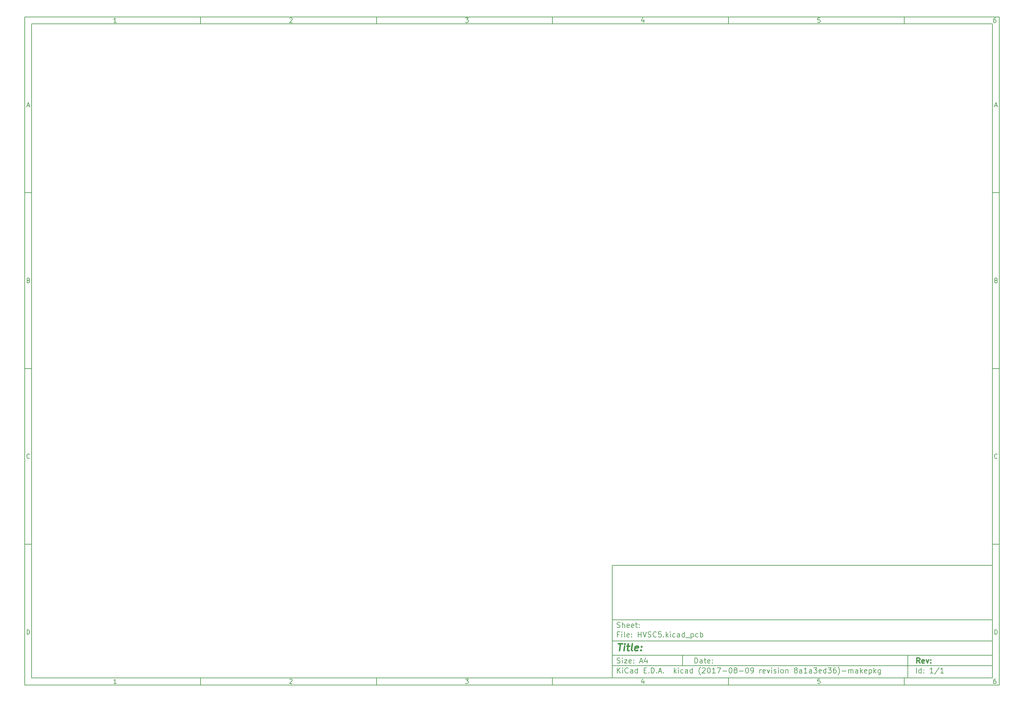
<source format=gbr>
G04 #@! TF.GenerationSoftware,KiCad,Pcbnew,(2017-08-09 revision 8a1a3ed36)-makepkg*
G04 #@! TF.CreationDate,2018-07-12T11:09:50+02:00*
G04 #@! TF.ProjectId,HVSC5,48565343352E6B696361645F70636200,rev?*
G04 #@! TF.SameCoordinates,Original*
G04 #@! TF.FileFunction,Paste,Bot*
G04 #@! TF.FilePolarity,Positive*
%FSLAX46Y46*%
G04 Gerber Fmt 4.6, Leading zero omitted, Abs format (unit mm)*
G04 Created by KiCad (PCBNEW (2017-08-09 revision 8a1a3ed36)-makepkg) date 07/12/18 11:09:50*
%MOMM*%
%LPD*%
G01*
G04 APERTURE LIST*
%ADD10C,0.100000*%
%ADD11C,0.150000*%
%ADD12C,0.300000*%
%ADD13C,0.400000*%
G04 APERTURE END LIST*
D10*
D11*
X177002200Y-166007200D02*
X177002200Y-198007200D01*
X285002200Y-198007200D01*
X285002200Y-166007200D01*
X177002200Y-166007200D01*
D10*
D11*
X10000000Y-10000000D02*
X10000000Y-200007200D01*
X287002200Y-200007200D01*
X287002200Y-10000000D01*
X10000000Y-10000000D01*
D10*
D11*
X12000000Y-12000000D02*
X12000000Y-198007200D01*
X285002200Y-198007200D01*
X285002200Y-12000000D01*
X12000000Y-12000000D01*
D10*
D11*
X60000000Y-12000000D02*
X60000000Y-10000000D01*
D10*
D11*
X110000000Y-12000000D02*
X110000000Y-10000000D01*
D10*
D11*
X160000000Y-12000000D02*
X160000000Y-10000000D01*
D10*
D11*
X210000000Y-12000000D02*
X210000000Y-10000000D01*
D10*
D11*
X260000000Y-12000000D02*
X260000000Y-10000000D01*
D10*
D11*
X36065476Y-11588095D02*
X35322619Y-11588095D01*
X35694047Y-11588095D02*
X35694047Y-10288095D01*
X35570238Y-10473809D01*
X35446428Y-10597619D01*
X35322619Y-10659523D01*
D10*
D11*
X85322619Y-10411904D02*
X85384523Y-10350000D01*
X85508333Y-10288095D01*
X85817857Y-10288095D01*
X85941666Y-10350000D01*
X86003571Y-10411904D01*
X86065476Y-10535714D01*
X86065476Y-10659523D01*
X86003571Y-10845238D01*
X85260714Y-11588095D01*
X86065476Y-11588095D01*
D10*
D11*
X135260714Y-10288095D02*
X136065476Y-10288095D01*
X135632142Y-10783333D01*
X135817857Y-10783333D01*
X135941666Y-10845238D01*
X136003571Y-10907142D01*
X136065476Y-11030952D01*
X136065476Y-11340476D01*
X136003571Y-11464285D01*
X135941666Y-11526190D01*
X135817857Y-11588095D01*
X135446428Y-11588095D01*
X135322619Y-11526190D01*
X135260714Y-11464285D01*
D10*
D11*
X185941666Y-10721428D02*
X185941666Y-11588095D01*
X185632142Y-10226190D02*
X185322619Y-11154761D01*
X186127380Y-11154761D01*
D10*
D11*
X236003571Y-10288095D02*
X235384523Y-10288095D01*
X235322619Y-10907142D01*
X235384523Y-10845238D01*
X235508333Y-10783333D01*
X235817857Y-10783333D01*
X235941666Y-10845238D01*
X236003571Y-10907142D01*
X236065476Y-11030952D01*
X236065476Y-11340476D01*
X236003571Y-11464285D01*
X235941666Y-11526190D01*
X235817857Y-11588095D01*
X235508333Y-11588095D01*
X235384523Y-11526190D01*
X235322619Y-11464285D01*
D10*
D11*
X285941666Y-10288095D02*
X285694047Y-10288095D01*
X285570238Y-10350000D01*
X285508333Y-10411904D01*
X285384523Y-10597619D01*
X285322619Y-10845238D01*
X285322619Y-11340476D01*
X285384523Y-11464285D01*
X285446428Y-11526190D01*
X285570238Y-11588095D01*
X285817857Y-11588095D01*
X285941666Y-11526190D01*
X286003571Y-11464285D01*
X286065476Y-11340476D01*
X286065476Y-11030952D01*
X286003571Y-10907142D01*
X285941666Y-10845238D01*
X285817857Y-10783333D01*
X285570238Y-10783333D01*
X285446428Y-10845238D01*
X285384523Y-10907142D01*
X285322619Y-11030952D01*
D10*
D11*
X60000000Y-198007200D02*
X60000000Y-200007200D01*
D10*
D11*
X110000000Y-198007200D02*
X110000000Y-200007200D01*
D10*
D11*
X160000000Y-198007200D02*
X160000000Y-200007200D01*
D10*
D11*
X210000000Y-198007200D02*
X210000000Y-200007200D01*
D10*
D11*
X260000000Y-198007200D02*
X260000000Y-200007200D01*
D10*
D11*
X36065476Y-199595295D02*
X35322619Y-199595295D01*
X35694047Y-199595295D02*
X35694047Y-198295295D01*
X35570238Y-198481009D01*
X35446428Y-198604819D01*
X35322619Y-198666723D01*
D10*
D11*
X85322619Y-198419104D02*
X85384523Y-198357200D01*
X85508333Y-198295295D01*
X85817857Y-198295295D01*
X85941666Y-198357200D01*
X86003571Y-198419104D01*
X86065476Y-198542914D01*
X86065476Y-198666723D01*
X86003571Y-198852438D01*
X85260714Y-199595295D01*
X86065476Y-199595295D01*
D10*
D11*
X135260714Y-198295295D02*
X136065476Y-198295295D01*
X135632142Y-198790533D01*
X135817857Y-198790533D01*
X135941666Y-198852438D01*
X136003571Y-198914342D01*
X136065476Y-199038152D01*
X136065476Y-199347676D01*
X136003571Y-199471485D01*
X135941666Y-199533390D01*
X135817857Y-199595295D01*
X135446428Y-199595295D01*
X135322619Y-199533390D01*
X135260714Y-199471485D01*
D10*
D11*
X185941666Y-198728628D02*
X185941666Y-199595295D01*
X185632142Y-198233390D02*
X185322619Y-199161961D01*
X186127380Y-199161961D01*
D10*
D11*
X236003571Y-198295295D02*
X235384523Y-198295295D01*
X235322619Y-198914342D01*
X235384523Y-198852438D01*
X235508333Y-198790533D01*
X235817857Y-198790533D01*
X235941666Y-198852438D01*
X236003571Y-198914342D01*
X236065476Y-199038152D01*
X236065476Y-199347676D01*
X236003571Y-199471485D01*
X235941666Y-199533390D01*
X235817857Y-199595295D01*
X235508333Y-199595295D01*
X235384523Y-199533390D01*
X235322619Y-199471485D01*
D10*
D11*
X285941666Y-198295295D02*
X285694047Y-198295295D01*
X285570238Y-198357200D01*
X285508333Y-198419104D01*
X285384523Y-198604819D01*
X285322619Y-198852438D01*
X285322619Y-199347676D01*
X285384523Y-199471485D01*
X285446428Y-199533390D01*
X285570238Y-199595295D01*
X285817857Y-199595295D01*
X285941666Y-199533390D01*
X286003571Y-199471485D01*
X286065476Y-199347676D01*
X286065476Y-199038152D01*
X286003571Y-198914342D01*
X285941666Y-198852438D01*
X285817857Y-198790533D01*
X285570238Y-198790533D01*
X285446428Y-198852438D01*
X285384523Y-198914342D01*
X285322619Y-199038152D01*
D10*
D11*
X10000000Y-60000000D02*
X12000000Y-60000000D01*
D10*
D11*
X10000000Y-110000000D02*
X12000000Y-110000000D01*
D10*
D11*
X10000000Y-160000000D02*
X12000000Y-160000000D01*
D10*
D11*
X10690476Y-35216666D02*
X11309523Y-35216666D01*
X10566666Y-35588095D02*
X11000000Y-34288095D01*
X11433333Y-35588095D01*
D10*
D11*
X11092857Y-84907142D02*
X11278571Y-84969047D01*
X11340476Y-85030952D01*
X11402380Y-85154761D01*
X11402380Y-85340476D01*
X11340476Y-85464285D01*
X11278571Y-85526190D01*
X11154761Y-85588095D01*
X10659523Y-85588095D01*
X10659523Y-84288095D01*
X11092857Y-84288095D01*
X11216666Y-84350000D01*
X11278571Y-84411904D01*
X11340476Y-84535714D01*
X11340476Y-84659523D01*
X11278571Y-84783333D01*
X11216666Y-84845238D01*
X11092857Y-84907142D01*
X10659523Y-84907142D01*
D10*
D11*
X11402380Y-135464285D02*
X11340476Y-135526190D01*
X11154761Y-135588095D01*
X11030952Y-135588095D01*
X10845238Y-135526190D01*
X10721428Y-135402380D01*
X10659523Y-135278571D01*
X10597619Y-135030952D01*
X10597619Y-134845238D01*
X10659523Y-134597619D01*
X10721428Y-134473809D01*
X10845238Y-134350000D01*
X11030952Y-134288095D01*
X11154761Y-134288095D01*
X11340476Y-134350000D01*
X11402380Y-134411904D01*
D10*
D11*
X10659523Y-185588095D02*
X10659523Y-184288095D01*
X10969047Y-184288095D01*
X11154761Y-184350000D01*
X11278571Y-184473809D01*
X11340476Y-184597619D01*
X11402380Y-184845238D01*
X11402380Y-185030952D01*
X11340476Y-185278571D01*
X11278571Y-185402380D01*
X11154761Y-185526190D01*
X10969047Y-185588095D01*
X10659523Y-185588095D01*
D10*
D11*
X287002200Y-60000000D02*
X285002200Y-60000000D01*
D10*
D11*
X287002200Y-110000000D02*
X285002200Y-110000000D01*
D10*
D11*
X287002200Y-160000000D02*
X285002200Y-160000000D01*
D10*
D11*
X285692676Y-35216666D02*
X286311723Y-35216666D01*
X285568866Y-35588095D02*
X286002200Y-34288095D01*
X286435533Y-35588095D01*
D10*
D11*
X286095057Y-84907142D02*
X286280771Y-84969047D01*
X286342676Y-85030952D01*
X286404580Y-85154761D01*
X286404580Y-85340476D01*
X286342676Y-85464285D01*
X286280771Y-85526190D01*
X286156961Y-85588095D01*
X285661723Y-85588095D01*
X285661723Y-84288095D01*
X286095057Y-84288095D01*
X286218866Y-84350000D01*
X286280771Y-84411904D01*
X286342676Y-84535714D01*
X286342676Y-84659523D01*
X286280771Y-84783333D01*
X286218866Y-84845238D01*
X286095057Y-84907142D01*
X285661723Y-84907142D01*
D10*
D11*
X286404580Y-135464285D02*
X286342676Y-135526190D01*
X286156961Y-135588095D01*
X286033152Y-135588095D01*
X285847438Y-135526190D01*
X285723628Y-135402380D01*
X285661723Y-135278571D01*
X285599819Y-135030952D01*
X285599819Y-134845238D01*
X285661723Y-134597619D01*
X285723628Y-134473809D01*
X285847438Y-134350000D01*
X286033152Y-134288095D01*
X286156961Y-134288095D01*
X286342676Y-134350000D01*
X286404580Y-134411904D01*
D10*
D11*
X285661723Y-185588095D02*
X285661723Y-184288095D01*
X285971247Y-184288095D01*
X286156961Y-184350000D01*
X286280771Y-184473809D01*
X286342676Y-184597619D01*
X286404580Y-184845238D01*
X286404580Y-185030952D01*
X286342676Y-185278571D01*
X286280771Y-185402380D01*
X286156961Y-185526190D01*
X285971247Y-185588095D01*
X285661723Y-185588095D01*
D10*
D11*
X200434342Y-193785771D02*
X200434342Y-192285771D01*
X200791485Y-192285771D01*
X201005771Y-192357200D01*
X201148628Y-192500057D01*
X201220057Y-192642914D01*
X201291485Y-192928628D01*
X201291485Y-193142914D01*
X201220057Y-193428628D01*
X201148628Y-193571485D01*
X201005771Y-193714342D01*
X200791485Y-193785771D01*
X200434342Y-193785771D01*
X202577200Y-193785771D02*
X202577200Y-193000057D01*
X202505771Y-192857200D01*
X202362914Y-192785771D01*
X202077200Y-192785771D01*
X201934342Y-192857200D01*
X202577200Y-193714342D02*
X202434342Y-193785771D01*
X202077200Y-193785771D01*
X201934342Y-193714342D01*
X201862914Y-193571485D01*
X201862914Y-193428628D01*
X201934342Y-193285771D01*
X202077200Y-193214342D01*
X202434342Y-193214342D01*
X202577200Y-193142914D01*
X203077200Y-192785771D02*
X203648628Y-192785771D01*
X203291485Y-192285771D02*
X203291485Y-193571485D01*
X203362914Y-193714342D01*
X203505771Y-193785771D01*
X203648628Y-193785771D01*
X204720057Y-193714342D02*
X204577200Y-193785771D01*
X204291485Y-193785771D01*
X204148628Y-193714342D01*
X204077200Y-193571485D01*
X204077200Y-193000057D01*
X204148628Y-192857200D01*
X204291485Y-192785771D01*
X204577200Y-192785771D01*
X204720057Y-192857200D01*
X204791485Y-193000057D01*
X204791485Y-193142914D01*
X204077200Y-193285771D01*
X205434342Y-193642914D02*
X205505771Y-193714342D01*
X205434342Y-193785771D01*
X205362914Y-193714342D01*
X205434342Y-193642914D01*
X205434342Y-193785771D01*
X205434342Y-192857200D02*
X205505771Y-192928628D01*
X205434342Y-193000057D01*
X205362914Y-192928628D01*
X205434342Y-192857200D01*
X205434342Y-193000057D01*
D10*
D11*
X177002200Y-194507200D02*
X285002200Y-194507200D01*
D10*
D11*
X178434342Y-196585771D02*
X178434342Y-195085771D01*
X179291485Y-196585771D02*
X178648628Y-195728628D01*
X179291485Y-195085771D02*
X178434342Y-195942914D01*
X179934342Y-196585771D02*
X179934342Y-195585771D01*
X179934342Y-195085771D02*
X179862914Y-195157200D01*
X179934342Y-195228628D01*
X180005771Y-195157200D01*
X179934342Y-195085771D01*
X179934342Y-195228628D01*
X181505771Y-196442914D02*
X181434342Y-196514342D01*
X181220057Y-196585771D01*
X181077200Y-196585771D01*
X180862914Y-196514342D01*
X180720057Y-196371485D01*
X180648628Y-196228628D01*
X180577200Y-195942914D01*
X180577200Y-195728628D01*
X180648628Y-195442914D01*
X180720057Y-195300057D01*
X180862914Y-195157200D01*
X181077200Y-195085771D01*
X181220057Y-195085771D01*
X181434342Y-195157200D01*
X181505771Y-195228628D01*
X182791485Y-196585771D02*
X182791485Y-195800057D01*
X182720057Y-195657200D01*
X182577200Y-195585771D01*
X182291485Y-195585771D01*
X182148628Y-195657200D01*
X182791485Y-196514342D02*
X182648628Y-196585771D01*
X182291485Y-196585771D01*
X182148628Y-196514342D01*
X182077200Y-196371485D01*
X182077200Y-196228628D01*
X182148628Y-196085771D01*
X182291485Y-196014342D01*
X182648628Y-196014342D01*
X182791485Y-195942914D01*
X184148628Y-196585771D02*
X184148628Y-195085771D01*
X184148628Y-196514342D02*
X184005771Y-196585771D01*
X183720057Y-196585771D01*
X183577200Y-196514342D01*
X183505771Y-196442914D01*
X183434342Y-196300057D01*
X183434342Y-195871485D01*
X183505771Y-195728628D01*
X183577200Y-195657200D01*
X183720057Y-195585771D01*
X184005771Y-195585771D01*
X184148628Y-195657200D01*
X186005771Y-195800057D02*
X186505771Y-195800057D01*
X186720057Y-196585771D02*
X186005771Y-196585771D01*
X186005771Y-195085771D01*
X186720057Y-195085771D01*
X187362914Y-196442914D02*
X187434342Y-196514342D01*
X187362914Y-196585771D01*
X187291485Y-196514342D01*
X187362914Y-196442914D01*
X187362914Y-196585771D01*
X188077200Y-196585771D02*
X188077200Y-195085771D01*
X188434342Y-195085771D01*
X188648628Y-195157200D01*
X188791485Y-195300057D01*
X188862914Y-195442914D01*
X188934342Y-195728628D01*
X188934342Y-195942914D01*
X188862914Y-196228628D01*
X188791485Y-196371485D01*
X188648628Y-196514342D01*
X188434342Y-196585771D01*
X188077200Y-196585771D01*
X189577200Y-196442914D02*
X189648628Y-196514342D01*
X189577200Y-196585771D01*
X189505771Y-196514342D01*
X189577200Y-196442914D01*
X189577200Y-196585771D01*
X190220057Y-196157200D02*
X190934342Y-196157200D01*
X190077200Y-196585771D02*
X190577200Y-195085771D01*
X191077200Y-196585771D01*
X191577200Y-196442914D02*
X191648628Y-196514342D01*
X191577200Y-196585771D01*
X191505771Y-196514342D01*
X191577200Y-196442914D01*
X191577200Y-196585771D01*
X194577200Y-196585771D02*
X194577200Y-195085771D01*
X194720057Y-196014342D02*
X195148628Y-196585771D01*
X195148628Y-195585771D02*
X194577200Y-196157200D01*
X195791485Y-196585771D02*
X195791485Y-195585771D01*
X195791485Y-195085771D02*
X195720057Y-195157200D01*
X195791485Y-195228628D01*
X195862914Y-195157200D01*
X195791485Y-195085771D01*
X195791485Y-195228628D01*
X197148628Y-196514342D02*
X197005771Y-196585771D01*
X196720057Y-196585771D01*
X196577200Y-196514342D01*
X196505771Y-196442914D01*
X196434342Y-196300057D01*
X196434342Y-195871485D01*
X196505771Y-195728628D01*
X196577200Y-195657200D01*
X196720057Y-195585771D01*
X197005771Y-195585771D01*
X197148628Y-195657200D01*
X198434342Y-196585771D02*
X198434342Y-195800057D01*
X198362914Y-195657200D01*
X198220057Y-195585771D01*
X197934342Y-195585771D01*
X197791485Y-195657200D01*
X198434342Y-196514342D02*
X198291485Y-196585771D01*
X197934342Y-196585771D01*
X197791485Y-196514342D01*
X197720057Y-196371485D01*
X197720057Y-196228628D01*
X197791485Y-196085771D01*
X197934342Y-196014342D01*
X198291485Y-196014342D01*
X198434342Y-195942914D01*
X199791485Y-196585771D02*
X199791485Y-195085771D01*
X199791485Y-196514342D02*
X199648628Y-196585771D01*
X199362914Y-196585771D01*
X199220057Y-196514342D01*
X199148628Y-196442914D01*
X199077200Y-196300057D01*
X199077200Y-195871485D01*
X199148628Y-195728628D01*
X199220057Y-195657200D01*
X199362914Y-195585771D01*
X199648628Y-195585771D01*
X199791485Y-195657200D01*
X202077200Y-197157200D02*
X202005771Y-197085771D01*
X201862914Y-196871485D01*
X201791485Y-196728628D01*
X201720057Y-196514342D01*
X201648628Y-196157200D01*
X201648628Y-195871485D01*
X201720057Y-195514342D01*
X201791485Y-195300057D01*
X201862914Y-195157200D01*
X202005771Y-194942914D01*
X202077200Y-194871485D01*
X202577200Y-195228628D02*
X202648628Y-195157200D01*
X202791485Y-195085771D01*
X203148628Y-195085771D01*
X203291485Y-195157200D01*
X203362914Y-195228628D01*
X203434342Y-195371485D01*
X203434342Y-195514342D01*
X203362914Y-195728628D01*
X202505771Y-196585771D01*
X203434342Y-196585771D01*
X204362914Y-195085771D02*
X204505771Y-195085771D01*
X204648628Y-195157200D01*
X204720057Y-195228628D01*
X204791485Y-195371485D01*
X204862914Y-195657200D01*
X204862914Y-196014342D01*
X204791485Y-196300057D01*
X204720057Y-196442914D01*
X204648628Y-196514342D01*
X204505771Y-196585771D01*
X204362914Y-196585771D01*
X204220057Y-196514342D01*
X204148628Y-196442914D01*
X204077200Y-196300057D01*
X204005771Y-196014342D01*
X204005771Y-195657200D01*
X204077200Y-195371485D01*
X204148628Y-195228628D01*
X204220057Y-195157200D01*
X204362914Y-195085771D01*
X206291485Y-196585771D02*
X205434342Y-196585771D01*
X205862914Y-196585771D02*
X205862914Y-195085771D01*
X205720057Y-195300057D01*
X205577200Y-195442914D01*
X205434342Y-195514342D01*
X206791485Y-195085771D02*
X207791485Y-195085771D01*
X207148628Y-196585771D01*
X208362914Y-196014342D02*
X209505771Y-196014342D01*
X210505771Y-195085771D02*
X210648628Y-195085771D01*
X210791485Y-195157200D01*
X210862914Y-195228628D01*
X210934342Y-195371485D01*
X211005771Y-195657200D01*
X211005771Y-196014342D01*
X210934342Y-196300057D01*
X210862914Y-196442914D01*
X210791485Y-196514342D01*
X210648628Y-196585771D01*
X210505771Y-196585771D01*
X210362914Y-196514342D01*
X210291485Y-196442914D01*
X210220057Y-196300057D01*
X210148628Y-196014342D01*
X210148628Y-195657200D01*
X210220057Y-195371485D01*
X210291485Y-195228628D01*
X210362914Y-195157200D01*
X210505771Y-195085771D01*
X211862914Y-195728628D02*
X211720057Y-195657200D01*
X211648628Y-195585771D01*
X211577200Y-195442914D01*
X211577200Y-195371485D01*
X211648628Y-195228628D01*
X211720057Y-195157200D01*
X211862914Y-195085771D01*
X212148628Y-195085771D01*
X212291485Y-195157200D01*
X212362914Y-195228628D01*
X212434342Y-195371485D01*
X212434342Y-195442914D01*
X212362914Y-195585771D01*
X212291485Y-195657200D01*
X212148628Y-195728628D01*
X211862914Y-195728628D01*
X211720057Y-195800057D01*
X211648628Y-195871485D01*
X211577200Y-196014342D01*
X211577200Y-196300057D01*
X211648628Y-196442914D01*
X211720057Y-196514342D01*
X211862914Y-196585771D01*
X212148628Y-196585771D01*
X212291485Y-196514342D01*
X212362914Y-196442914D01*
X212434342Y-196300057D01*
X212434342Y-196014342D01*
X212362914Y-195871485D01*
X212291485Y-195800057D01*
X212148628Y-195728628D01*
X213077200Y-196014342D02*
X214220057Y-196014342D01*
X215220057Y-195085771D02*
X215362914Y-195085771D01*
X215505771Y-195157200D01*
X215577200Y-195228628D01*
X215648628Y-195371485D01*
X215720057Y-195657200D01*
X215720057Y-196014342D01*
X215648628Y-196300057D01*
X215577200Y-196442914D01*
X215505771Y-196514342D01*
X215362914Y-196585771D01*
X215220057Y-196585771D01*
X215077200Y-196514342D01*
X215005771Y-196442914D01*
X214934342Y-196300057D01*
X214862914Y-196014342D01*
X214862914Y-195657200D01*
X214934342Y-195371485D01*
X215005771Y-195228628D01*
X215077200Y-195157200D01*
X215220057Y-195085771D01*
X216434342Y-196585771D02*
X216720057Y-196585771D01*
X216862914Y-196514342D01*
X216934342Y-196442914D01*
X217077200Y-196228628D01*
X217148628Y-195942914D01*
X217148628Y-195371485D01*
X217077200Y-195228628D01*
X217005771Y-195157200D01*
X216862914Y-195085771D01*
X216577200Y-195085771D01*
X216434342Y-195157200D01*
X216362914Y-195228628D01*
X216291485Y-195371485D01*
X216291485Y-195728628D01*
X216362914Y-195871485D01*
X216434342Y-195942914D01*
X216577200Y-196014342D01*
X216862914Y-196014342D01*
X217005771Y-195942914D01*
X217077200Y-195871485D01*
X217148628Y-195728628D01*
X218934342Y-196585771D02*
X218934342Y-195585771D01*
X218934342Y-195871485D02*
X219005771Y-195728628D01*
X219077200Y-195657200D01*
X219220057Y-195585771D01*
X219362914Y-195585771D01*
X220434342Y-196514342D02*
X220291485Y-196585771D01*
X220005771Y-196585771D01*
X219862914Y-196514342D01*
X219791485Y-196371485D01*
X219791485Y-195800057D01*
X219862914Y-195657200D01*
X220005771Y-195585771D01*
X220291485Y-195585771D01*
X220434342Y-195657200D01*
X220505771Y-195800057D01*
X220505771Y-195942914D01*
X219791485Y-196085771D01*
X221005771Y-195585771D02*
X221362914Y-196585771D01*
X221720057Y-195585771D01*
X222291485Y-196585771D02*
X222291485Y-195585771D01*
X222291485Y-195085771D02*
X222220057Y-195157200D01*
X222291485Y-195228628D01*
X222362914Y-195157200D01*
X222291485Y-195085771D01*
X222291485Y-195228628D01*
X222934342Y-196514342D02*
X223077200Y-196585771D01*
X223362914Y-196585771D01*
X223505771Y-196514342D01*
X223577200Y-196371485D01*
X223577200Y-196300057D01*
X223505771Y-196157200D01*
X223362914Y-196085771D01*
X223148628Y-196085771D01*
X223005771Y-196014342D01*
X222934342Y-195871485D01*
X222934342Y-195800057D01*
X223005771Y-195657200D01*
X223148628Y-195585771D01*
X223362914Y-195585771D01*
X223505771Y-195657200D01*
X224220057Y-196585771D02*
X224220057Y-195585771D01*
X224220057Y-195085771D02*
X224148628Y-195157200D01*
X224220057Y-195228628D01*
X224291485Y-195157200D01*
X224220057Y-195085771D01*
X224220057Y-195228628D01*
X225148628Y-196585771D02*
X225005771Y-196514342D01*
X224934342Y-196442914D01*
X224862914Y-196300057D01*
X224862914Y-195871485D01*
X224934342Y-195728628D01*
X225005771Y-195657200D01*
X225148628Y-195585771D01*
X225362914Y-195585771D01*
X225505771Y-195657200D01*
X225577200Y-195728628D01*
X225648628Y-195871485D01*
X225648628Y-196300057D01*
X225577200Y-196442914D01*
X225505771Y-196514342D01*
X225362914Y-196585771D01*
X225148628Y-196585771D01*
X226291485Y-195585771D02*
X226291485Y-196585771D01*
X226291485Y-195728628D02*
X226362914Y-195657200D01*
X226505771Y-195585771D01*
X226720057Y-195585771D01*
X226862914Y-195657200D01*
X226934342Y-195800057D01*
X226934342Y-196585771D01*
X229005771Y-195728628D02*
X228862914Y-195657200D01*
X228791485Y-195585771D01*
X228720057Y-195442914D01*
X228720057Y-195371485D01*
X228791485Y-195228628D01*
X228862914Y-195157200D01*
X229005771Y-195085771D01*
X229291485Y-195085771D01*
X229434342Y-195157200D01*
X229505771Y-195228628D01*
X229577200Y-195371485D01*
X229577200Y-195442914D01*
X229505771Y-195585771D01*
X229434342Y-195657200D01*
X229291485Y-195728628D01*
X229005771Y-195728628D01*
X228862914Y-195800057D01*
X228791485Y-195871485D01*
X228720057Y-196014342D01*
X228720057Y-196300057D01*
X228791485Y-196442914D01*
X228862914Y-196514342D01*
X229005771Y-196585771D01*
X229291485Y-196585771D01*
X229434342Y-196514342D01*
X229505771Y-196442914D01*
X229577200Y-196300057D01*
X229577200Y-196014342D01*
X229505771Y-195871485D01*
X229434342Y-195800057D01*
X229291485Y-195728628D01*
X230862914Y-196585771D02*
X230862914Y-195800057D01*
X230791485Y-195657200D01*
X230648628Y-195585771D01*
X230362914Y-195585771D01*
X230220057Y-195657200D01*
X230862914Y-196514342D02*
X230720057Y-196585771D01*
X230362914Y-196585771D01*
X230220057Y-196514342D01*
X230148628Y-196371485D01*
X230148628Y-196228628D01*
X230220057Y-196085771D01*
X230362914Y-196014342D01*
X230720057Y-196014342D01*
X230862914Y-195942914D01*
X232362914Y-196585771D02*
X231505771Y-196585771D01*
X231934342Y-196585771D02*
X231934342Y-195085771D01*
X231791485Y-195300057D01*
X231648628Y-195442914D01*
X231505771Y-195514342D01*
X233648628Y-196585771D02*
X233648628Y-195800057D01*
X233577200Y-195657200D01*
X233434342Y-195585771D01*
X233148628Y-195585771D01*
X233005771Y-195657200D01*
X233648628Y-196514342D02*
X233505771Y-196585771D01*
X233148628Y-196585771D01*
X233005771Y-196514342D01*
X232934342Y-196371485D01*
X232934342Y-196228628D01*
X233005771Y-196085771D01*
X233148628Y-196014342D01*
X233505771Y-196014342D01*
X233648628Y-195942914D01*
X234220057Y-195085771D02*
X235148628Y-195085771D01*
X234648628Y-195657200D01*
X234862914Y-195657200D01*
X235005771Y-195728628D01*
X235077200Y-195800057D01*
X235148628Y-195942914D01*
X235148628Y-196300057D01*
X235077200Y-196442914D01*
X235005771Y-196514342D01*
X234862914Y-196585771D01*
X234434342Y-196585771D01*
X234291485Y-196514342D01*
X234220057Y-196442914D01*
X236362914Y-196514342D02*
X236220057Y-196585771D01*
X235934342Y-196585771D01*
X235791485Y-196514342D01*
X235720057Y-196371485D01*
X235720057Y-195800057D01*
X235791485Y-195657200D01*
X235934342Y-195585771D01*
X236220057Y-195585771D01*
X236362914Y-195657200D01*
X236434342Y-195800057D01*
X236434342Y-195942914D01*
X235720057Y-196085771D01*
X237720057Y-196585771D02*
X237720057Y-195085771D01*
X237720057Y-196514342D02*
X237577200Y-196585771D01*
X237291485Y-196585771D01*
X237148628Y-196514342D01*
X237077200Y-196442914D01*
X237005771Y-196300057D01*
X237005771Y-195871485D01*
X237077200Y-195728628D01*
X237148628Y-195657200D01*
X237291485Y-195585771D01*
X237577200Y-195585771D01*
X237720057Y-195657200D01*
X238291485Y-195085771D02*
X239220057Y-195085771D01*
X238720057Y-195657200D01*
X238934342Y-195657200D01*
X239077200Y-195728628D01*
X239148628Y-195800057D01*
X239220057Y-195942914D01*
X239220057Y-196300057D01*
X239148628Y-196442914D01*
X239077200Y-196514342D01*
X238934342Y-196585771D01*
X238505771Y-196585771D01*
X238362914Y-196514342D01*
X238291485Y-196442914D01*
X240505771Y-195085771D02*
X240220057Y-195085771D01*
X240077200Y-195157200D01*
X240005771Y-195228628D01*
X239862914Y-195442914D01*
X239791485Y-195728628D01*
X239791485Y-196300057D01*
X239862914Y-196442914D01*
X239934342Y-196514342D01*
X240077200Y-196585771D01*
X240362914Y-196585771D01*
X240505771Y-196514342D01*
X240577200Y-196442914D01*
X240648628Y-196300057D01*
X240648628Y-195942914D01*
X240577200Y-195800057D01*
X240505771Y-195728628D01*
X240362914Y-195657200D01*
X240077200Y-195657200D01*
X239934342Y-195728628D01*
X239862914Y-195800057D01*
X239791485Y-195942914D01*
X241148628Y-197157200D02*
X241220057Y-197085771D01*
X241362914Y-196871485D01*
X241434342Y-196728628D01*
X241505771Y-196514342D01*
X241577199Y-196157200D01*
X241577199Y-195871485D01*
X241505771Y-195514342D01*
X241434342Y-195300057D01*
X241362914Y-195157200D01*
X241220057Y-194942914D01*
X241148628Y-194871485D01*
X242291485Y-196014342D02*
X243434342Y-196014342D01*
X244148628Y-196585771D02*
X244148628Y-195585771D01*
X244148628Y-195728628D02*
X244220057Y-195657200D01*
X244362914Y-195585771D01*
X244577199Y-195585771D01*
X244720057Y-195657200D01*
X244791485Y-195800057D01*
X244791485Y-196585771D01*
X244791485Y-195800057D02*
X244862914Y-195657200D01*
X245005771Y-195585771D01*
X245220057Y-195585771D01*
X245362914Y-195657200D01*
X245434342Y-195800057D01*
X245434342Y-196585771D01*
X246791485Y-196585771D02*
X246791485Y-195800057D01*
X246720057Y-195657200D01*
X246577200Y-195585771D01*
X246291485Y-195585771D01*
X246148628Y-195657200D01*
X246791485Y-196514342D02*
X246648628Y-196585771D01*
X246291485Y-196585771D01*
X246148628Y-196514342D01*
X246077200Y-196371485D01*
X246077200Y-196228628D01*
X246148628Y-196085771D01*
X246291485Y-196014342D01*
X246648628Y-196014342D01*
X246791485Y-195942914D01*
X247505771Y-196585771D02*
X247505771Y-195085771D01*
X247648628Y-196014342D02*
X248077200Y-196585771D01*
X248077200Y-195585771D02*
X247505771Y-196157200D01*
X249291485Y-196514342D02*
X249148628Y-196585771D01*
X248862914Y-196585771D01*
X248720057Y-196514342D01*
X248648628Y-196371485D01*
X248648628Y-195800057D01*
X248720057Y-195657200D01*
X248862914Y-195585771D01*
X249148628Y-195585771D01*
X249291485Y-195657200D01*
X249362914Y-195800057D01*
X249362914Y-195942914D01*
X248648628Y-196085771D01*
X250005771Y-195585771D02*
X250005771Y-197085771D01*
X250005771Y-195657200D02*
X250148628Y-195585771D01*
X250434342Y-195585771D01*
X250577200Y-195657200D01*
X250648628Y-195728628D01*
X250720057Y-195871485D01*
X250720057Y-196300057D01*
X250648628Y-196442914D01*
X250577200Y-196514342D01*
X250434342Y-196585771D01*
X250148628Y-196585771D01*
X250005771Y-196514342D01*
X251362914Y-196585771D02*
X251362914Y-195085771D01*
X251505771Y-196014342D02*
X251934342Y-196585771D01*
X251934342Y-195585771D02*
X251362914Y-196157200D01*
X253220057Y-195585771D02*
X253220057Y-196800057D01*
X253148628Y-196942914D01*
X253077199Y-197014342D01*
X252934342Y-197085771D01*
X252720057Y-197085771D01*
X252577199Y-197014342D01*
X253220057Y-196514342D02*
X253077199Y-196585771D01*
X252791485Y-196585771D01*
X252648628Y-196514342D01*
X252577199Y-196442914D01*
X252505771Y-196300057D01*
X252505771Y-195871485D01*
X252577199Y-195728628D01*
X252648628Y-195657200D01*
X252791485Y-195585771D01*
X253077199Y-195585771D01*
X253220057Y-195657200D01*
D10*
D11*
X177002200Y-191507200D02*
X285002200Y-191507200D01*
D10*
D12*
X264411485Y-193785771D02*
X263911485Y-193071485D01*
X263554342Y-193785771D02*
X263554342Y-192285771D01*
X264125771Y-192285771D01*
X264268628Y-192357200D01*
X264340057Y-192428628D01*
X264411485Y-192571485D01*
X264411485Y-192785771D01*
X264340057Y-192928628D01*
X264268628Y-193000057D01*
X264125771Y-193071485D01*
X263554342Y-193071485D01*
X265625771Y-193714342D02*
X265482914Y-193785771D01*
X265197200Y-193785771D01*
X265054342Y-193714342D01*
X264982914Y-193571485D01*
X264982914Y-193000057D01*
X265054342Y-192857200D01*
X265197200Y-192785771D01*
X265482914Y-192785771D01*
X265625771Y-192857200D01*
X265697200Y-193000057D01*
X265697200Y-193142914D01*
X264982914Y-193285771D01*
X266197200Y-192785771D02*
X266554342Y-193785771D01*
X266911485Y-192785771D01*
X267482914Y-193642914D02*
X267554342Y-193714342D01*
X267482914Y-193785771D01*
X267411485Y-193714342D01*
X267482914Y-193642914D01*
X267482914Y-193785771D01*
X267482914Y-192857200D02*
X267554342Y-192928628D01*
X267482914Y-193000057D01*
X267411485Y-192928628D01*
X267482914Y-192857200D01*
X267482914Y-193000057D01*
D10*
D11*
X178362914Y-193714342D02*
X178577200Y-193785771D01*
X178934342Y-193785771D01*
X179077200Y-193714342D01*
X179148628Y-193642914D01*
X179220057Y-193500057D01*
X179220057Y-193357200D01*
X179148628Y-193214342D01*
X179077200Y-193142914D01*
X178934342Y-193071485D01*
X178648628Y-193000057D01*
X178505771Y-192928628D01*
X178434342Y-192857200D01*
X178362914Y-192714342D01*
X178362914Y-192571485D01*
X178434342Y-192428628D01*
X178505771Y-192357200D01*
X178648628Y-192285771D01*
X179005771Y-192285771D01*
X179220057Y-192357200D01*
X179862914Y-193785771D02*
X179862914Y-192785771D01*
X179862914Y-192285771D02*
X179791485Y-192357200D01*
X179862914Y-192428628D01*
X179934342Y-192357200D01*
X179862914Y-192285771D01*
X179862914Y-192428628D01*
X180434342Y-192785771D02*
X181220057Y-192785771D01*
X180434342Y-193785771D01*
X181220057Y-193785771D01*
X182362914Y-193714342D02*
X182220057Y-193785771D01*
X181934342Y-193785771D01*
X181791485Y-193714342D01*
X181720057Y-193571485D01*
X181720057Y-193000057D01*
X181791485Y-192857200D01*
X181934342Y-192785771D01*
X182220057Y-192785771D01*
X182362914Y-192857200D01*
X182434342Y-193000057D01*
X182434342Y-193142914D01*
X181720057Y-193285771D01*
X183077200Y-193642914D02*
X183148628Y-193714342D01*
X183077200Y-193785771D01*
X183005771Y-193714342D01*
X183077200Y-193642914D01*
X183077200Y-193785771D01*
X183077200Y-192857200D02*
X183148628Y-192928628D01*
X183077200Y-193000057D01*
X183005771Y-192928628D01*
X183077200Y-192857200D01*
X183077200Y-193000057D01*
X184862914Y-193357200D02*
X185577200Y-193357200D01*
X184720057Y-193785771D02*
X185220057Y-192285771D01*
X185720057Y-193785771D01*
X186862914Y-192785771D02*
X186862914Y-193785771D01*
X186505771Y-192214342D02*
X186148628Y-193285771D01*
X187077200Y-193285771D01*
D10*
D11*
X263434342Y-196585771D02*
X263434342Y-195085771D01*
X264791485Y-196585771D02*
X264791485Y-195085771D01*
X264791485Y-196514342D02*
X264648628Y-196585771D01*
X264362914Y-196585771D01*
X264220057Y-196514342D01*
X264148628Y-196442914D01*
X264077200Y-196300057D01*
X264077200Y-195871485D01*
X264148628Y-195728628D01*
X264220057Y-195657200D01*
X264362914Y-195585771D01*
X264648628Y-195585771D01*
X264791485Y-195657200D01*
X265505771Y-196442914D02*
X265577200Y-196514342D01*
X265505771Y-196585771D01*
X265434342Y-196514342D01*
X265505771Y-196442914D01*
X265505771Y-196585771D01*
X265505771Y-195657200D02*
X265577200Y-195728628D01*
X265505771Y-195800057D01*
X265434342Y-195728628D01*
X265505771Y-195657200D01*
X265505771Y-195800057D01*
X268148628Y-196585771D02*
X267291485Y-196585771D01*
X267720057Y-196585771D02*
X267720057Y-195085771D01*
X267577200Y-195300057D01*
X267434342Y-195442914D01*
X267291485Y-195514342D01*
X269862914Y-195014342D02*
X268577200Y-196942914D01*
X271148628Y-196585771D02*
X270291485Y-196585771D01*
X270720057Y-196585771D02*
X270720057Y-195085771D01*
X270577200Y-195300057D01*
X270434342Y-195442914D01*
X270291485Y-195514342D01*
D10*
D11*
X177002200Y-187507200D02*
X285002200Y-187507200D01*
D10*
D13*
X178714580Y-188211961D02*
X179857438Y-188211961D01*
X179036009Y-190211961D02*
X179286009Y-188211961D01*
X180274104Y-190211961D02*
X180440771Y-188878628D01*
X180524104Y-188211961D02*
X180416961Y-188307200D01*
X180500295Y-188402438D01*
X180607438Y-188307200D01*
X180524104Y-188211961D01*
X180500295Y-188402438D01*
X181107438Y-188878628D02*
X181869342Y-188878628D01*
X181476485Y-188211961D02*
X181262200Y-189926247D01*
X181333628Y-190116723D01*
X181512200Y-190211961D01*
X181702676Y-190211961D01*
X182655057Y-190211961D02*
X182476485Y-190116723D01*
X182405057Y-189926247D01*
X182619342Y-188211961D01*
X184190771Y-190116723D02*
X183988390Y-190211961D01*
X183607438Y-190211961D01*
X183428866Y-190116723D01*
X183357438Y-189926247D01*
X183452676Y-189164342D01*
X183571723Y-188973866D01*
X183774104Y-188878628D01*
X184155057Y-188878628D01*
X184333628Y-188973866D01*
X184405057Y-189164342D01*
X184381247Y-189354819D01*
X183405057Y-189545295D01*
X185155057Y-190021485D02*
X185238390Y-190116723D01*
X185131247Y-190211961D01*
X185047914Y-190116723D01*
X185155057Y-190021485D01*
X185131247Y-190211961D01*
X185286009Y-188973866D02*
X185369342Y-189069104D01*
X185262200Y-189164342D01*
X185178866Y-189069104D01*
X185286009Y-188973866D01*
X185262200Y-189164342D01*
D10*
D11*
X178934342Y-185600057D02*
X178434342Y-185600057D01*
X178434342Y-186385771D02*
X178434342Y-184885771D01*
X179148628Y-184885771D01*
X179720057Y-186385771D02*
X179720057Y-185385771D01*
X179720057Y-184885771D02*
X179648628Y-184957200D01*
X179720057Y-185028628D01*
X179791485Y-184957200D01*
X179720057Y-184885771D01*
X179720057Y-185028628D01*
X180648628Y-186385771D02*
X180505771Y-186314342D01*
X180434342Y-186171485D01*
X180434342Y-184885771D01*
X181791485Y-186314342D02*
X181648628Y-186385771D01*
X181362914Y-186385771D01*
X181220057Y-186314342D01*
X181148628Y-186171485D01*
X181148628Y-185600057D01*
X181220057Y-185457200D01*
X181362914Y-185385771D01*
X181648628Y-185385771D01*
X181791485Y-185457200D01*
X181862914Y-185600057D01*
X181862914Y-185742914D01*
X181148628Y-185885771D01*
X182505771Y-186242914D02*
X182577200Y-186314342D01*
X182505771Y-186385771D01*
X182434342Y-186314342D01*
X182505771Y-186242914D01*
X182505771Y-186385771D01*
X182505771Y-185457200D02*
X182577200Y-185528628D01*
X182505771Y-185600057D01*
X182434342Y-185528628D01*
X182505771Y-185457200D01*
X182505771Y-185600057D01*
X184362914Y-186385771D02*
X184362914Y-184885771D01*
X184362914Y-185600057D02*
X185220057Y-185600057D01*
X185220057Y-186385771D02*
X185220057Y-184885771D01*
X185720057Y-184885771D02*
X186220057Y-186385771D01*
X186720057Y-184885771D01*
X187148628Y-186314342D02*
X187362914Y-186385771D01*
X187720057Y-186385771D01*
X187862914Y-186314342D01*
X187934342Y-186242914D01*
X188005771Y-186100057D01*
X188005771Y-185957200D01*
X187934342Y-185814342D01*
X187862914Y-185742914D01*
X187720057Y-185671485D01*
X187434342Y-185600057D01*
X187291485Y-185528628D01*
X187220057Y-185457200D01*
X187148628Y-185314342D01*
X187148628Y-185171485D01*
X187220057Y-185028628D01*
X187291485Y-184957200D01*
X187434342Y-184885771D01*
X187791485Y-184885771D01*
X188005771Y-184957200D01*
X189505771Y-186242914D02*
X189434342Y-186314342D01*
X189220057Y-186385771D01*
X189077200Y-186385771D01*
X188862914Y-186314342D01*
X188720057Y-186171485D01*
X188648628Y-186028628D01*
X188577200Y-185742914D01*
X188577200Y-185528628D01*
X188648628Y-185242914D01*
X188720057Y-185100057D01*
X188862914Y-184957200D01*
X189077200Y-184885771D01*
X189220057Y-184885771D01*
X189434342Y-184957200D01*
X189505771Y-185028628D01*
X190862914Y-184885771D02*
X190148628Y-184885771D01*
X190077200Y-185600057D01*
X190148628Y-185528628D01*
X190291485Y-185457200D01*
X190648628Y-185457200D01*
X190791485Y-185528628D01*
X190862914Y-185600057D01*
X190934342Y-185742914D01*
X190934342Y-186100057D01*
X190862914Y-186242914D01*
X190791485Y-186314342D01*
X190648628Y-186385771D01*
X190291485Y-186385771D01*
X190148628Y-186314342D01*
X190077200Y-186242914D01*
X191577200Y-186242914D02*
X191648628Y-186314342D01*
X191577200Y-186385771D01*
X191505771Y-186314342D01*
X191577200Y-186242914D01*
X191577200Y-186385771D01*
X192291485Y-186385771D02*
X192291485Y-184885771D01*
X192434342Y-185814342D02*
X192862914Y-186385771D01*
X192862914Y-185385771D02*
X192291485Y-185957200D01*
X193505771Y-186385771D02*
X193505771Y-185385771D01*
X193505771Y-184885771D02*
X193434342Y-184957200D01*
X193505771Y-185028628D01*
X193577200Y-184957200D01*
X193505771Y-184885771D01*
X193505771Y-185028628D01*
X194862914Y-186314342D02*
X194720057Y-186385771D01*
X194434342Y-186385771D01*
X194291485Y-186314342D01*
X194220057Y-186242914D01*
X194148628Y-186100057D01*
X194148628Y-185671485D01*
X194220057Y-185528628D01*
X194291485Y-185457200D01*
X194434342Y-185385771D01*
X194720057Y-185385771D01*
X194862914Y-185457200D01*
X196148628Y-186385771D02*
X196148628Y-185600057D01*
X196077200Y-185457200D01*
X195934342Y-185385771D01*
X195648628Y-185385771D01*
X195505771Y-185457200D01*
X196148628Y-186314342D02*
X196005771Y-186385771D01*
X195648628Y-186385771D01*
X195505771Y-186314342D01*
X195434342Y-186171485D01*
X195434342Y-186028628D01*
X195505771Y-185885771D01*
X195648628Y-185814342D01*
X196005771Y-185814342D01*
X196148628Y-185742914D01*
X197505771Y-186385771D02*
X197505771Y-184885771D01*
X197505771Y-186314342D02*
X197362914Y-186385771D01*
X197077200Y-186385771D01*
X196934342Y-186314342D01*
X196862914Y-186242914D01*
X196791485Y-186100057D01*
X196791485Y-185671485D01*
X196862914Y-185528628D01*
X196934342Y-185457200D01*
X197077200Y-185385771D01*
X197362914Y-185385771D01*
X197505771Y-185457200D01*
X197862914Y-186528628D02*
X199005771Y-186528628D01*
X199362914Y-185385771D02*
X199362914Y-186885771D01*
X199362914Y-185457200D02*
X199505771Y-185385771D01*
X199791485Y-185385771D01*
X199934342Y-185457200D01*
X200005771Y-185528628D01*
X200077200Y-185671485D01*
X200077200Y-186100057D01*
X200005771Y-186242914D01*
X199934342Y-186314342D01*
X199791485Y-186385771D01*
X199505771Y-186385771D01*
X199362914Y-186314342D01*
X201362914Y-186314342D02*
X201220057Y-186385771D01*
X200934342Y-186385771D01*
X200791485Y-186314342D01*
X200720057Y-186242914D01*
X200648628Y-186100057D01*
X200648628Y-185671485D01*
X200720057Y-185528628D01*
X200791485Y-185457200D01*
X200934342Y-185385771D01*
X201220057Y-185385771D01*
X201362914Y-185457200D01*
X202005771Y-186385771D02*
X202005771Y-184885771D01*
X202005771Y-185457200D02*
X202148628Y-185385771D01*
X202434342Y-185385771D01*
X202577200Y-185457200D01*
X202648628Y-185528628D01*
X202720057Y-185671485D01*
X202720057Y-186100057D01*
X202648628Y-186242914D01*
X202577200Y-186314342D01*
X202434342Y-186385771D01*
X202148628Y-186385771D01*
X202005771Y-186314342D01*
D10*
D11*
X177002200Y-181507200D02*
X285002200Y-181507200D01*
D10*
D11*
X178362914Y-183614342D02*
X178577200Y-183685771D01*
X178934342Y-183685771D01*
X179077200Y-183614342D01*
X179148628Y-183542914D01*
X179220057Y-183400057D01*
X179220057Y-183257200D01*
X179148628Y-183114342D01*
X179077200Y-183042914D01*
X178934342Y-182971485D01*
X178648628Y-182900057D01*
X178505771Y-182828628D01*
X178434342Y-182757200D01*
X178362914Y-182614342D01*
X178362914Y-182471485D01*
X178434342Y-182328628D01*
X178505771Y-182257200D01*
X178648628Y-182185771D01*
X179005771Y-182185771D01*
X179220057Y-182257200D01*
X179862914Y-183685771D02*
X179862914Y-182185771D01*
X180505771Y-183685771D02*
X180505771Y-182900057D01*
X180434342Y-182757200D01*
X180291485Y-182685771D01*
X180077200Y-182685771D01*
X179934342Y-182757200D01*
X179862914Y-182828628D01*
X181791485Y-183614342D02*
X181648628Y-183685771D01*
X181362914Y-183685771D01*
X181220057Y-183614342D01*
X181148628Y-183471485D01*
X181148628Y-182900057D01*
X181220057Y-182757200D01*
X181362914Y-182685771D01*
X181648628Y-182685771D01*
X181791485Y-182757200D01*
X181862914Y-182900057D01*
X181862914Y-183042914D01*
X181148628Y-183185771D01*
X183077200Y-183614342D02*
X182934342Y-183685771D01*
X182648628Y-183685771D01*
X182505771Y-183614342D01*
X182434342Y-183471485D01*
X182434342Y-182900057D01*
X182505771Y-182757200D01*
X182648628Y-182685771D01*
X182934342Y-182685771D01*
X183077200Y-182757200D01*
X183148628Y-182900057D01*
X183148628Y-183042914D01*
X182434342Y-183185771D01*
X183577200Y-182685771D02*
X184148628Y-182685771D01*
X183791485Y-182185771D02*
X183791485Y-183471485D01*
X183862914Y-183614342D01*
X184005771Y-183685771D01*
X184148628Y-183685771D01*
X184648628Y-183542914D02*
X184720057Y-183614342D01*
X184648628Y-183685771D01*
X184577200Y-183614342D01*
X184648628Y-183542914D01*
X184648628Y-183685771D01*
X184648628Y-182757200D02*
X184720057Y-182828628D01*
X184648628Y-182900057D01*
X184577200Y-182828628D01*
X184648628Y-182757200D01*
X184648628Y-182900057D01*
D10*
D11*
X197002200Y-191507200D02*
X197002200Y-194507200D01*
D10*
D11*
X261002200Y-191507200D02*
X261002200Y-198007200D01*
M02*

</source>
